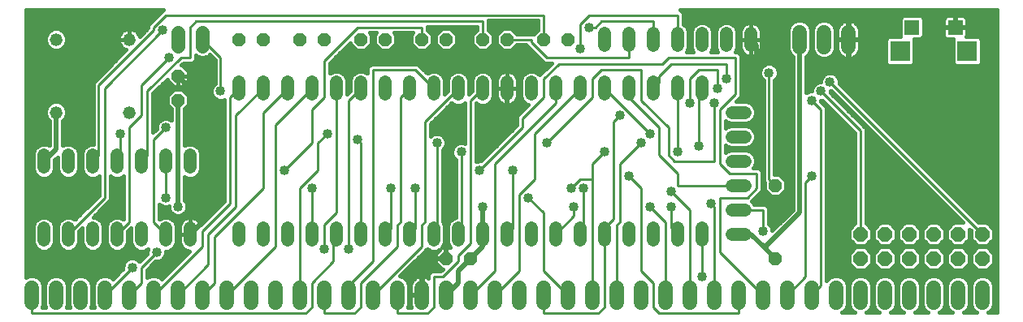
<source format=gbl>
G75*
%MOIN*%
%OFA0B0*%
%FSLAX24Y24*%
%IPPOS*%
%LPD*%
%AMOC8*
5,1,8,0,0,1.08239X$1,22.5*
%
%ADD10C,0.0520*%
%ADD11OC8,0.0600*%
%ADD12C,0.0600*%
%ADD13OC8,0.0520*%
%ADD14C,0.0520*%
%ADD15R,0.0600X0.0600*%
%ADD16R,0.0825X0.0825*%
%ADD17C,0.0560*%
%ADD18C,0.0100*%
%ADD19C,0.0400*%
%ADD20C,0.0200*%
%ADD21C,0.0160*%
D10*
X001180Y003420D02*
X001180Y003940D01*
X002180Y003940D02*
X002180Y003420D01*
X003180Y003420D02*
X003180Y003940D01*
X004180Y003940D02*
X004180Y003420D01*
X005180Y003420D02*
X005180Y003940D01*
X006180Y003940D02*
X006180Y003420D01*
X007180Y003420D02*
X007180Y003940D01*
X009180Y003940D02*
X009180Y003420D01*
X010180Y003420D02*
X010180Y003940D01*
X011180Y003940D02*
X011180Y003420D01*
X012180Y003420D02*
X012180Y003940D01*
X013180Y003940D02*
X013180Y003420D01*
X014180Y003420D02*
X014180Y003940D01*
X015180Y003940D02*
X015180Y003420D01*
X016180Y003420D02*
X016180Y003940D01*
X017180Y003940D02*
X017180Y003420D01*
X018180Y003420D02*
X018180Y003940D01*
X019180Y003940D02*
X019180Y003420D01*
X020180Y003420D02*
X020180Y003940D01*
X021180Y003940D02*
X021180Y003420D01*
X022180Y003420D02*
X022180Y003940D01*
X023180Y003940D02*
X023180Y003420D01*
X024180Y003420D02*
X024180Y003940D01*
X025180Y003940D02*
X025180Y003420D01*
X026180Y003420D02*
X026180Y003940D01*
X027180Y003940D02*
X027180Y003420D01*
X028180Y003420D02*
X028180Y003940D01*
X029420Y003680D02*
X029940Y003680D01*
X029940Y004680D02*
X029420Y004680D01*
X029420Y005680D02*
X029940Y005680D01*
X029940Y006680D02*
X029420Y006680D01*
X029420Y007680D02*
X029940Y007680D01*
X029940Y008680D02*
X029420Y008680D01*
X028180Y009420D02*
X028180Y009940D01*
X027180Y009940D02*
X027180Y009420D01*
X026180Y009420D02*
X026180Y009940D01*
X025180Y009940D02*
X025180Y009420D01*
X024180Y009420D02*
X024180Y009940D01*
X023180Y009940D02*
X023180Y009420D01*
X022180Y009420D02*
X022180Y009940D01*
X021180Y009940D02*
X021180Y009420D01*
X020180Y009420D02*
X020180Y009940D01*
X019180Y009940D02*
X019180Y009420D01*
X018180Y009420D02*
X018180Y009940D01*
X017180Y009940D02*
X017180Y009420D01*
X016180Y009420D02*
X016180Y009940D01*
X015180Y009940D02*
X015180Y009420D01*
X014180Y009420D02*
X014180Y009940D01*
X013180Y009940D02*
X013180Y009420D01*
X012180Y009420D02*
X012180Y009940D01*
X011180Y009940D02*
X011180Y009420D01*
X010180Y009420D02*
X010180Y009940D01*
X009180Y009940D02*
X009180Y009420D01*
X007180Y006940D02*
X007180Y006420D01*
X006180Y006420D02*
X006180Y006940D01*
X005180Y006940D02*
X005180Y006420D01*
X004180Y006420D02*
X004180Y006940D01*
X003180Y006940D02*
X003180Y006420D01*
X002180Y006420D02*
X002180Y006940D01*
X001180Y006940D02*
X001180Y006420D01*
X024180Y011420D02*
X024180Y011940D01*
X025180Y011940D02*
X025180Y011420D01*
X026180Y011420D02*
X026180Y011940D01*
X027180Y011940D02*
X027180Y011420D01*
X028180Y011420D02*
X028180Y011940D01*
X029180Y011940D02*
X029180Y011420D01*
X030180Y011420D02*
X030180Y011940D01*
D11*
X034680Y003680D03*
X035680Y003680D03*
X036680Y003680D03*
X037680Y003680D03*
X038680Y003680D03*
X039680Y003680D03*
X039680Y002680D03*
X038680Y002680D03*
X037680Y002680D03*
X036680Y002680D03*
X035680Y002680D03*
X034680Y002680D03*
D12*
X034680Y001480D02*
X034680Y000880D01*
X033680Y000880D02*
X033680Y001480D01*
X032680Y001480D02*
X032680Y000880D01*
X031680Y000880D02*
X031680Y001480D01*
X030680Y001480D02*
X030680Y000880D01*
X029680Y000880D02*
X029680Y001480D01*
X028680Y001480D02*
X028680Y000880D01*
X027680Y000880D02*
X027680Y001480D01*
X026680Y001480D02*
X026680Y000880D01*
X025680Y000880D02*
X025680Y001480D01*
X024680Y001480D02*
X024680Y000880D01*
X023680Y000880D02*
X023680Y001480D01*
X022680Y001480D02*
X022680Y000880D01*
X021680Y000880D02*
X021680Y001480D01*
X020680Y001480D02*
X020680Y000880D01*
X019680Y000880D02*
X019680Y001480D01*
X018680Y001480D02*
X018680Y000880D01*
X017680Y000880D02*
X017680Y001480D01*
X016680Y001480D02*
X016680Y000880D01*
X015680Y000880D02*
X015680Y001480D01*
X014680Y001480D02*
X014680Y000880D01*
X013680Y000880D02*
X013680Y001480D01*
X012680Y001480D02*
X012680Y000880D01*
X011680Y000880D02*
X011680Y001480D01*
X010680Y001480D02*
X010680Y000880D01*
X009680Y000880D02*
X009680Y001480D01*
X008680Y001480D02*
X008680Y000880D01*
X007680Y000880D02*
X007680Y001480D01*
X006680Y001480D02*
X006680Y000880D01*
X005680Y000880D02*
X005680Y001480D01*
X004680Y001480D02*
X004680Y000880D01*
X003680Y000880D02*
X003680Y001480D01*
X002680Y001480D02*
X002680Y000880D01*
X001680Y000880D02*
X001680Y001480D01*
X000680Y001480D02*
X000680Y000880D01*
X032180Y011380D02*
X032180Y011980D01*
X033180Y011980D02*
X033180Y011380D01*
X034180Y011380D02*
X034180Y011980D01*
X035680Y001480D02*
X035680Y000880D01*
X036680Y000880D02*
X036680Y001480D01*
X037680Y001480D02*
X037680Y000880D01*
X038680Y000880D02*
X038680Y001480D01*
X039680Y001480D02*
X039680Y000880D01*
D13*
X031180Y002680D03*
X031180Y005680D03*
X018680Y002680D03*
X017680Y002680D03*
X006680Y009180D03*
X006680Y010180D03*
X009180Y011680D03*
X010180Y011680D03*
X011680Y011680D03*
X012680Y011680D03*
X014180Y011680D03*
X015180Y011680D03*
X016680Y011680D03*
X017680Y011680D03*
X019180Y011680D03*
X020180Y011680D03*
X021680Y011680D03*
X022680Y011680D03*
D14*
X004680Y011680D03*
X001680Y011680D03*
X001680Y008680D03*
X004680Y008680D03*
D15*
X036795Y012170D03*
X038565Y012170D03*
D16*
X039060Y011190D03*
X036300Y011190D03*
D17*
X007680Y011400D02*
X007680Y011960D01*
X006680Y011960D02*
X006680Y011400D01*
D18*
X000680Y001180D02*
X000680Y000430D01*
X011930Y000430D01*
X012180Y000680D01*
X012180Y001680D01*
X013055Y002555D01*
X013055Y003555D01*
X013180Y003680D01*
X014180Y003680D02*
X014180Y007430D01*
X014055Y007555D01*
X012805Y007805D02*
X012430Y007430D01*
X012430Y006305D01*
X011680Y005555D01*
X011680Y001180D01*
X012680Y001180D02*
X012680Y000430D01*
X013930Y000430D01*
X014180Y000680D01*
X014180Y001680D01*
X015680Y003180D01*
X015680Y004055D01*
X015805Y004180D01*
X015805Y009305D01*
X016180Y009680D01*
X016430Y010430D02*
X017180Y009680D01*
X018180Y009680D02*
X016805Y008305D01*
X016805Y004180D01*
X016680Y004055D01*
X016680Y003180D01*
X014680Y001180D01*
X013680Y001180D02*
X013680Y001555D01*
X014680Y002555D01*
X014680Y010430D01*
X016430Y010430D01*
X014180Y009680D02*
X013680Y009180D01*
X013680Y003055D01*
X012680Y003055D02*
X012680Y004055D01*
X013180Y004555D01*
X013180Y009680D01*
X012680Y009305D02*
X012680Y010805D01*
X014055Y012180D01*
X016680Y012180D01*
X016680Y011680D01*
X019180Y011680D02*
X019180Y012430D01*
X007430Y012430D01*
X007180Y012180D01*
X007180Y010930D01*
X006805Y010930D01*
X005430Y009555D01*
X005430Y006930D01*
X005180Y006680D01*
X004305Y006805D02*
X004180Y006680D01*
X004305Y006805D02*
X004305Y007805D01*
X004680Y008055D02*
X005180Y008555D01*
X005180Y009805D01*
X006305Y010930D01*
X007680Y011680D02*
X008430Y010930D01*
X008430Y009555D01*
X008805Y009305D02*
X008805Y004930D01*
X007680Y003805D01*
X007680Y003180D01*
X005680Y001180D01*
X005180Y001680D02*
X004680Y001180D01*
X003680Y001180D02*
X004805Y002305D01*
X005180Y002305D02*
X005180Y001680D01*
X006680Y001180D02*
X007930Y002430D01*
X007930Y003680D01*
X009055Y004805D01*
X009055Y008555D01*
X010180Y009680D01*
X009180Y009680D02*
X008805Y009305D01*
X010180Y008680D02*
X010180Y005555D01*
X008180Y003555D01*
X008180Y001680D01*
X007680Y001180D01*
X008680Y001180D02*
X010680Y003180D01*
X010680Y008180D01*
X012180Y009680D01*
X011180Y009680D02*
X010180Y008680D01*
X012180Y008805D02*
X012680Y009305D01*
X012180Y008805D02*
X012180Y007430D01*
X011055Y006305D01*
X012180Y005555D02*
X012180Y003680D01*
X015180Y003680D02*
X015430Y003930D01*
X015430Y005555D01*
X016430Y005555D02*
X016430Y003930D01*
X016180Y003680D01*
X017180Y003680D02*
X017305Y003805D01*
X017305Y007430D01*
X018305Y007055D02*
X018305Y003805D01*
X018180Y003680D01*
X018680Y003305D02*
X018180Y002805D01*
X018180Y002555D01*
X017555Y001930D01*
X017180Y001930D01*
X017180Y000680D01*
X016930Y000430D01*
X015680Y000430D01*
X015680Y001180D01*
X018680Y001180D02*
X019680Y002180D01*
X019680Y006555D01*
X022180Y009055D01*
X022180Y009680D01*
X023180Y009680D02*
X021305Y007805D01*
X021305Y005930D01*
X020680Y005305D01*
X020680Y002180D01*
X019680Y001180D01*
X021680Y001180D02*
X021680Y000430D01*
X023930Y000430D01*
X024180Y000680D01*
X024180Y003680D01*
X024180Y003930D01*
X024555Y004305D01*
X024555Y008305D01*
X024805Y008555D01*
X025180Y009305D02*
X026430Y008055D01*
X026430Y006930D01*
X027180Y006180D01*
X027180Y005680D01*
X029680Y005680D01*
X030055Y005180D02*
X030430Y005555D01*
X030430Y006180D01*
X029305Y006180D01*
X028930Y006555D01*
X028930Y008805D01*
X029555Y009430D01*
X029555Y010930D01*
X026805Y010930D01*
X026555Y010680D01*
X022305Y010680D01*
X021680Y010055D01*
X021680Y009305D01*
X020805Y008430D01*
X020805Y008055D01*
X019055Y006305D01*
X020430Y006305D02*
X020430Y003930D01*
X020180Y003680D01*
X018680Y003305D02*
X018680Y009180D01*
X019180Y009680D01*
X021180Y011555D02*
X021805Y010930D01*
X025180Y010930D01*
X025180Y011680D01*
X026180Y011680D02*
X026180Y012430D01*
X024055Y012430D01*
X023805Y012180D01*
X023555Y012180D01*
X023180Y012305D02*
X023555Y012680D01*
X027180Y012680D01*
X027180Y011680D01*
X026930Y010680D02*
X029180Y010680D01*
X029180Y010055D01*
X028805Y009680D02*
X028805Y010430D01*
X028055Y010430D01*
X027680Y010055D01*
X027680Y009055D01*
X028680Y009055D02*
X028680Y006680D01*
X027055Y006680D01*
X026805Y006930D01*
X026805Y008055D01*
X025680Y009180D01*
X025680Y010430D01*
X024055Y010430D01*
X023680Y010055D01*
X023680Y009305D01*
X021805Y007430D01*
X023680Y006555D02*
X024180Y007055D01*
X024805Y006555D02*
X025680Y007430D01*
X026055Y007805D02*
X024180Y009680D01*
X025180Y009680D02*
X025180Y009305D01*
X026180Y009680D02*
X026430Y009930D01*
X026430Y010180D01*
X026930Y010680D01*
X027180Y009680D02*
X027180Y007055D01*
X028055Y007305D02*
X028055Y009555D01*
X028180Y009680D01*
X030930Y010305D02*
X030930Y005930D01*
X031180Y005680D01*
X032430Y005805D02*
X032680Y006055D01*
X032430Y005805D02*
X032430Y001930D01*
X031680Y001180D01*
X030680Y001180D02*
X028930Y002930D01*
X028930Y005180D01*
X030055Y005180D01*
X028680Y004805D02*
X028680Y001180D01*
X029680Y001180D02*
X029680Y000430D01*
X026430Y000430D01*
X026180Y000680D01*
X026180Y001680D01*
X025680Y002180D01*
X025680Y005555D01*
X025180Y006055D01*
X024805Y006555D02*
X024805Y004180D01*
X024680Y004055D01*
X024680Y001180D01*
X023680Y001180D02*
X023680Y005930D01*
X023680Y006555D01*
X023680Y005930D02*
X023180Y005930D01*
X022805Y005555D01*
X023305Y005555D02*
X023305Y003805D01*
X023180Y003680D01*
X022930Y004430D02*
X022180Y003680D01*
X021680Y004555D02*
X021680Y002180D01*
X022680Y001180D01*
X026680Y001180D02*
X026680Y004180D01*
X026055Y004805D01*
X026930Y004805D02*
X026930Y003930D01*
X027180Y003680D01*
X028180Y003680D02*
X028180Y001930D01*
X027680Y001180D02*
X027680Y004680D01*
X026930Y005430D01*
X028555Y004930D02*
X028680Y004805D01*
X029680Y004680D02*
X030680Y004680D01*
X030680Y003805D01*
X034680Y003680D02*
X034680Y007930D01*
X033055Y009555D01*
X032680Y009180D02*
X033055Y008805D01*
X033055Y001555D01*
X032680Y001180D01*
X039680Y003680D02*
X033430Y009930D01*
X023180Y011305D02*
X023180Y012305D01*
X021680Y012680D02*
X021680Y011680D01*
X021180Y011680D02*
X021180Y011555D01*
X021180Y011680D02*
X020180Y011680D01*
X021680Y012680D02*
X006180Y012680D01*
X005680Y012180D01*
X005680Y012055D01*
X003430Y009805D01*
X003430Y006930D01*
X003180Y006680D01*
X005680Y007555D02*
X006180Y008055D01*
X005680Y007555D02*
X005680Y004180D01*
X006180Y003680D01*
X004680Y004180D02*
X004680Y008055D01*
X006180Y006680D02*
X006180Y005180D01*
X003680Y005180D02*
X003680Y009680D01*
X006055Y012055D01*
X003680Y005180D02*
X002180Y003680D01*
X004180Y003680D02*
X004680Y004180D01*
X005805Y002930D02*
X005180Y002305D01*
X021055Y005180D02*
X021680Y004555D01*
X022930Y004430D02*
X022930Y004805D01*
D19*
X022930Y004805D03*
X021055Y005180D03*
X022805Y005555D03*
X023305Y005555D03*
X025180Y006055D03*
X026930Y005430D03*
X028555Y004930D03*
X026930Y004805D03*
X026055Y004805D03*
X030680Y003805D03*
X028180Y001930D03*
X019180Y004805D03*
X016430Y005555D03*
X015430Y005555D03*
X012180Y005555D03*
X011055Y006305D03*
X008430Y007055D03*
X006180Y008055D03*
X004305Y007805D03*
X008430Y009555D03*
X006305Y010930D03*
X006055Y012055D03*
X012805Y007805D03*
X014055Y007555D03*
X017305Y007430D03*
X017680Y007055D03*
X018305Y007055D03*
X019055Y006305D03*
X020430Y006305D03*
X021805Y007430D03*
X024180Y007055D03*
X025680Y007430D03*
X026055Y007805D03*
X024805Y008555D03*
X027680Y009055D03*
X028680Y009055D03*
X030555Y008555D03*
X032680Y009180D03*
X033055Y009555D03*
X033430Y009930D03*
X030930Y010305D03*
X029180Y010055D03*
X028805Y009680D03*
X023180Y011305D03*
X023555Y012180D03*
X019055Y007805D03*
X027180Y007055D03*
X028055Y007305D03*
X032680Y006055D03*
X013680Y003055D03*
X012680Y003055D03*
X006680Y004805D03*
X006180Y005180D03*
X005805Y002930D03*
X004805Y002305D03*
D20*
X007180Y003680D02*
X007680Y004180D01*
X007680Y007055D01*
X008430Y007055D01*
X007680Y007055D02*
X007680Y009180D01*
X006680Y010180D01*
X006680Y009180D02*
X006680Y004805D01*
X001680Y007180D02*
X001180Y006680D01*
X001680Y007180D02*
X001680Y008680D01*
X017680Y007055D02*
X017680Y002680D01*
X016680Y002680D01*
X016680Y001180D01*
X017680Y001180D02*
X018180Y001680D01*
X018180Y002180D01*
X018680Y002680D01*
X019180Y003180D01*
X019180Y003680D01*
X019180Y004805D01*
X019055Y007805D02*
X020180Y008930D01*
X020180Y009680D01*
X030180Y011680D02*
X030430Y011430D01*
X030430Y008680D01*
X030555Y008555D01*
X032180Y011680D02*
X032180Y004555D01*
X030743Y003118D01*
X030180Y003680D01*
X029680Y003680D01*
X030743Y003118D02*
X031180Y002680D01*
D21*
X033285Y002716D02*
X034200Y002716D01*
X034200Y002558D02*
X033285Y002558D01*
X033285Y002399D02*
X034282Y002399D01*
X034200Y002481D02*
X034481Y002200D01*
X034879Y002200D01*
X035160Y002481D01*
X035160Y002879D01*
X034879Y003160D01*
X034481Y003160D01*
X034200Y002879D01*
X034200Y002481D01*
X034441Y002241D02*
X033285Y002241D01*
X033285Y002082D02*
X040270Y002082D01*
X040270Y001924D02*
X039864Y001924D01*
X039952Y001887D02*
X039775Y001960D01*
X039585Y001960D01*
X039408Y001887D01*
X039273Y001752D01*
X039200Y001575D01*
X039200Y000785D01*
X039273Y000608D01*
X039408Y000473D01*
X039440Y000460D01*
X038920Y000460D01*
X038952Y000473D01*
X039087Y000608D01*
X039160Y000785D01*
X039160Y001575D01*
X039087Y001752D01*
X038952Y001887D01*
X038775Y001960D01*
X038585Y001960D01*
X038408Y001887D01*
X038273Y001752D01*
X038200Y001575D01*
X038200Y000785D01*
X038273Y000608D01*
X038408Y000473D01*
X038440Y000460D01*
X037920Y000460D01*
X037952Y000473D01*
X038087Y000608D01*
X038160Y000785D01*
X038160Y001575D01*
X038087Y001752D01*
X037952Y001887D01*
X037775Y001960D01*
X037585Y001960D01*
X037408Y001887D01*
X037273Y001752D01*
X037200Y001575D01*
X037200Y000785D01*
X037273Y000608D01*
X037408Y000473D01*
X037440Y000460D01*
X036920Y000460D01*
X036952Y000473D01*
X037087Y000608D01*
X037160Y000785D01*
X037160Y001575D01*
X037087Y001752D01*
X036952Y001887D01*
X036775Y001960D01*
X036585Y001960D01*
X036408Y001887D01*
X036273Y001752D01*
X036200Y001575D01*
X036200Y000785D01*
X036273Y000608D01*
X036408Y000473D01*
X036440Y000460D01*
X035920Y000460D01*
X035952Y000473D01*
X036087Y000608D01*
X036160Y000785D01*
X036160Y001575D01*
X036087Y001752D01*
X035952Y001887D01*
X035775Y001960D01*
X035585Y001960D01*
X035408Y001887D01*
X035273Y001752D01*
X035200Y001575D01*
X035200Y000785D01*
X035273Y000608D01*
X035408Y000473D01*
X035440Y000460D01*
X034920Y000460D01*
X034952Y000473D01*
X035087Y000608D01*
X035160Y000785D01*
X035160Y001575D01*
X035087Y001752D01*
X034952Y001887D01*
X034775Y001960D01*
X034585Y001960D01*
X034408Y001887D01*
X034273Y001752D01*
X034200Y001575D01*
X034200Y000785D01*
X034273Y000608D01*
X034408Y000473D01*
X034440Y000460D01*
X033920Y000460D01*
X033952Y000473D01*
X034087Y000608D01*
X034160Y000785D01*
X034160Y001575D01*
X034087Y001752D01*
X033952Y001887D01*
X033775Y001960D01*
X033585Y001960D01*
X033408Y001887D01*
X033285Y001764D01*
X033285Y008900D01*
X033150Y009035D01*
X033060Y009125D01*
X033060Y009175D01*
X033110Y009175D01*
X034450Y007835D01*
X034450Y004129D01*
X034200Y003879D01*
X034200Y003481D01*
X034481Y003200D01*
X034879Y003200D01*
X035160Y003481D01*
X035160Y003879D01*
X034910Y004129D01*
X034910Y008025D01*
X033435Y009500D01*
X033435Y009550D01*
X033485Y009550D01*
X038875Y004160D01*
X038481Y004160D01*
X038200Y003879D01*
X038200Y003481D01*
X038481Y003200D01*
X038879Y003200D01*
X039160Y003481D01*
X039160Y003875D01*
X039200Y003835D01*
X039200Y003481D01*
X039481Y003200D01*
X039879Y003200D01*
X040160Y003481D01*
X040160Y003879D01*
X039879Y004160D01*
X039525Y004160D01*
X033810Y009875D01*
X033810Y010006D01*
X033752Y010145D01*
X033645Y010252D01*
X033506Y010310D01*
X033354Y010310D01*
X033215Y010252D01*
X033108Y010145D01*
X033050Y010006D01*
X033050Y009935D01*
X032979Y009935D01*
X032840Y009877D01*
X032733Y009770D01*
X032675Y009631D01*
X032675Y009560D01*
X032604Y009560D01*
X032465Y009502D01*
X032460Y009497D01*
X032460Y010981D01*
X032587Y011108D01*
X032660Y011285D01*
X032660Y012075D01*
X032587Y012252D01*
X032452Y012387D01*
X032275Y012460D01*
X032085Y012460D01*
X031908Y012387D01*
X031773Y012252D01*
X031700Y012075D01*
X031700Y011285D01*
X031773Y011108D01*
X031900Y010981D01*
X031900Y004671D01*
X031060Y003831D01*
X031060Y003881D01*
X031002Y004020D01*
X030910Y004112D01*
X030910Y004775D01*
X030775Y004910D01*
X030321Y004910D01*
X030313Y004929D01*
X030221Y005021D01*
X030285Y005085D01*
X030660Y005460D01*
X030660Y006275D01*
X030525Y006410D01*
X030292Y006410D01*
X030313Y006431D01*
X030380Y006592D01*
X030380Y006768D01*
X030313Y006929D01*
X030189Y007053D01*
X030028Y007120D01*
X029332Y007120D01*
X029171Y007053D01*
X029160Y007042D01*
X029160Y007318D01*
X029171Y007307D01*
X029332Y007240D01*
X030028Y007240D01*
X030189Y007307D01*
X030313Y007431D01*
X030380Y007592D01*
X030380Y007768D01*
X030313Y007929D01*
X030189Y008053D01*
X030028Y008120D01*
X029332Y008120D01*
X029171Y008053D01*
X029160Y008042D01*
X029160Y008318D01*
X029171Y008307D01*
X029332Y008240D01*
X030028Y008240D01*
X030189Y008307D01*
X030313Y008431D01*
X030380Y008592D01*
X030380Y008768D01*
X030313Y008929D01*
X030189Y009053D01*
X030028Y009120D01*
X029570Y009120D01*
X029785Y009335D01*
X029785Y011025D01*
X029650Y011160D01*
X029542Y011160D01*
X029553Y011171D01*
X029620Y011332D01*
X029620Y012028D01*
X029553Y012189D01*
X029429Y012313D01*
X029268Y012380D01*
X029092Y012380D01*
X028931Y012313D01*
X028807Y012189D01*
X028740Y012028D01*
X028740Y011332D01*
X028807Y011171D01*
X028818Y011160D01*
X028542Y011160D01*
X028553Y011171D01*
X028620Y011332D01*
X028620Y012028D01*
X028553Y012189D01*
X028429Y012313D01*
X028268Y012380D01*
X028092Y012380D01*
X027931Y012313D01*
X027807Y012189D01*
X027740Y012028D01*
X027740Y011332D01*
X027807Y011171D01*
X027818Y011160D01*
X027542Y011160D01*
X027553Y011171D01*
X027620Y011332D01*
X027620Y012028D01*
X027553Y012189D01*
X027429Y012313D01*
X027410Y012321D01*
X027410Y012775D01*
X027289Y012896D01*
X040270Y012896D01*
X040270Y000460D01*
X039920Y000460D01*
X039952Y000473D01*
X040087Y000608D01*
X040160Y000785D01*
X040160Y001575D01*
X040087Y001752D01*
X039952Y001887D01*
X040074Y001765D02*
X040270Y001765D01*
X040270Y001607D02*
X040147Y001607D01*
X040160Y001448D02*
X040270Y001448D01*
X040270Y001290D02*
X040160Y001290D01*
X040160Y001131D02*
X040270Y001131D01*
X040270Y000973D02*
X040160Y000973D01*
X040160Y000814D02*
X040270Y000814D01*
X040270Y000656D02*
X040107Y000656D01*
X039976Y000497D02*
X040270Y000497D01*
X039384Y000497D02*
X038976Y000497D01*
X039107Y000656D02*
X039253Y000656D01*
X039200Y000814D02*
X039160Y000814D01*
X039160Y000973D02*
X039200Y000973D01*
X039200Y001131D02*
X039160Y001131D01*
X039160Y001290D02*
X039200Y001290D01*
X039200Y001448D02*
X039160Y001448D01*
X039147Y001607D02*
X039213Y001607D01*
X039286Y001765D02*
X039074Y001765D01*
X038864Y001924D02*
X039496Y001924D01*
X039481Y002200D02*
X039879Y002200D01*
X040160Y002481D01*
X040160Y002879D01*
X039879Y003160D01*
X039481Y003160D01*
X039200Y002879D01*
X039200Y002481D01*
X039481Y002200D01*
X039441Y002241D02*
X038919Y002241D01*
X038879Y002200D02*
X039160Y002481D01*
X039160Y002879D01*
X038879Y003160D01*
X038481Y003160D01*
X038200Y002879D01*
X038200Y002481D01*
X038481Y002200D01*
X038879Y002200D01*
X039078Y002399D02*
X039282Y002399D01*
X039919Y002241D02*
X040270Y002241D01*
X040270Y002399D02*
X040078Y002399D01*
X040160Y002558D02*
X040270Y002558D01*
X040270Y002716D02*
X040160Y002716D01*
X040160Y002875D02*
X040270Y002875D01*
X040270Y003033D02*
X040006Y003033D01*
X040270Y003192D02*
X033285Y003192D01*
X033285Y003350D02*
X034331Y003350D01*
X035029Y003350D02*
X035331Y003350D01*
X035200Y003481D02*
X035481Y003200D01*
X035879Y003200D01*
X036160Y003481D01*
X036160Y003879D01*
X035879Y004160D01*
X035481Y004160D01*
X035200Y003879D01*
X035200Y003481D01*
X035200Y003509D02*
X035160Y003509D01*
X035160Y003667D02*
X035200Y003667D01*
X035200Y003826D02*
X035160Y003826D01*
X035055Y003984D02*
X035305Y003984D01*
X035464Y004143D02*
X034910Y004143D01*
X034450Y004143D02*
X033285Y004143D01*
X033285Y003984D02*
X034305Y003984D01*
X034200Y003826D02*
X033285Y003826D01*
X033285Y003667D02*
X034200Y003667D01*
X034200Y003509D02*
X033285Y003509D01*
X033285Y003033D02*
X034354Y003033D01*
X034200Y002875D02*
X033285Y002875D01*
X035006Y003033D02*
X035354Y003033D01*
X035481Y003160D02*
X035200Y002879D01*
X035200Y002481D01*
X035481Y002200D01*
X035879Y002200D01*
X036160Y002481D01*
X036160Y002879D01*
X035879Y003160D01*
X035481Y003160D01*
X035200Y002875D02*
X035160Y002875D01*
X035160Y002716D02*
X035200Y002716D01*
X035200Y002558D02*
X035160Y002558D01*
X035078Y002399D02*
X035282Y002399D01*
X035441Y002241D02*
X034919Y002241D01*
X034864Y001924D02*
X035496Y001924D01*
X035286Y001765D02*
X035074Y001765D01*
X034496Y001924D02*
X033864Y001924D01*
X034074Y001765D02*
X034286Y001765D01*
X034213Y001607D02*
X034147Y001607D01*
X034160Y001448D02*
X034200Y001448D01*
X034200Y001290D02*
X034160Y001290D01*
X034160Y001131D02*
X034200Y001131D01*
X034200Y000973D02*
X034160Y000973D01*
X034160Y000814D02*
X034200Y000814D01*
X034253Y000656D02*
X034107Y000656D01*
X033976Y000497D02*
X034384Y000497D01*
X034976Y000497D02*
X035384Y000497D01*
X035253Y000656D02*
X035107Y000656D01*
X035160Y000814D02*
X035200Y000814D01*
X035200Y000973D02*
X035160Y000973D01*
X035160Y001131D02*
X035200Y001131D01*
X035200Y001290D02*
X035160Y001290D01*
X035160Y001448D02*
X035200Y001448D01*
X035213Y001607D02*
X035147Y001607D01*
X036074Y001765D02*
X036286Y001765D01*
X036496Y001924D02*
X035864Y001924D01*
X035919Y002241D02*
X036441Y002241D01*
X036481Y002200D02*
X036879Y002200D01*
X037160Y002481D01*
X037160Y002879D01*
X036879Y003160D01*
X036481Y003160D01*
X036200Y002879D01*
X036200Y002481D01*
X036481Y002200D01*
X036282Y002399D02*
X036078Y002399D01*
X036160Y002558D02*
X036200Y002558D01*
X036200Y002716D02*
X036160Y002716D01*
X036160Y002875D02*
X036200Y002875D01*
X036354Y003033D02*
X036006Y003033D01*
X036200Y003481D02*
X036481Y003200D01*
X036879Y003200D01*
X037160Y003481D01*
X037160Y003879D01*
X036879Y004160D01*
X036481Y004160D01*
X036200Y003879D01*
X036200Y003481D01*
X036200Y003509D02*
X036160Y003509D01*
X036160Y003667D02*
X036200Y003667D01*
X036200Y003826D02*
X036160Y003826D01*
X036055Y003984D02*
X036305Y003984D01*
X036464Y004143D02*
X035896Y004143D01*
X034910Y004301D02*
X038734Y004301D01*
X038575Y004460D02*
X034910Y004460D01*
X034910Y004618D02*
X038417Y004618D01*
X038258Y004777D02*
X034910Y004777D01*
X034910Y004935D02*
X038100Y004935D01*
X037941Y005094D02*
X034910Y005094D01*
X034910Y005252D02*
X037783Y005252D01*
X037624Y005411D02*
X034910Y005411D01*
X034910Y005569D02*
X037466Y005569D01*
X037307Y005728D02*
X034910Y005728D01*
X034910Y005886D02*
X037149Y005886D01*
X036990Y006045D02*
X034910Y006045D01*
X034910Y006203D02*
X036832Y006203D01*
X036673Y006362D02*
X034910Y006362D01*
X034910Y006520D02*
X036515Y006520D01*
X036356Y006679D02*
X034910Y006679D01*
X034450Y006679D02*
X033285Y006679D01*
X033285Y006520D02*
X034450Y006520D01*
X034450Y006362D02*
X033285Y006362D01*
X033285Y006203D02*
X034450Y006203D01*
X034450Y006045D02*
X033285Y006045D01*
X033285Y005886D02*
X034450Y005886D01*
X034450Y005728D02*
X033285Y005728D01*
X033285Y005569D02*
X034450Y005569D01*
X034450Y005411D02*
X033285Y005411D01*
X033285Y005252D02*
X034450Y005252D01*
X034450Y005094D02*
X033285Y005094D01*
X033285Y004935D02*
X034450Y004935D01*
X034450Y004777D02*
X033285Y004777D01*
X033285Y004618D02*
X034450Y004618D01*
X034450Y004460D02*
X033285Y004460D01*
X033285Y004301D02*
X034450Y004301D01*
X036896Y004143D02*
X037464Y004143D01*
X037481Y004160D02*
X037200Y003879D01*
X037200Y003481D01*
X037481Y003200D01*
X037879Y003200D01*
X038160Y003481D01*
X038160Y003879D01*
X037879Y004160D01*
X037481Y004160D01*
X037896Y004143D02*
X038464Y004143D01*
X038305Y003984D02*
X038055Y003984D01*
X038160Y003826D02*
X038200Y003826D01*
X038200Y003667D02*
X038160Y003667D01*
X038160Y003509D02*
X038200Y003509D01*
X038331Y003350D02*
X038029Y003350D01*
X037879Y003160D02*
X037481Y003160D01*
X037200Y002879D01*
X037200Y002481D01*
X037481Y002200D01*
X037879Y002200D01*
X038160Y002481D01*
X038160Y002879D01*
X037879Y003160D01*
X038006Y003033D02*
X038354Y003033D01*
X038200Y002875D02*
X038160Y002875D01*
X038160Y002716D02*
X038200Y002716D01*
X038200Y002558D02*
X038160Y002558D01*
X038078Y002399D02*
X038282Y002399D01*
X038441Y002241D02*
X037919Y002241D01*
X037441Y002241D02*
X036919Y002241D01*
X037078Y002399D02*
X037282Y002399D01*
X037200Y002558D02*
X037160Y002558D01*
X037160Y002716D02*
X037200Y002716D01*
X037200Y002875D02*
X037160Y002875D01*
X037006Y003033D02*
X037354Y003033D01*
X037331Y003350D02*
X037029Y003350D01*
X037160Y003509D02*
X037200Y003509D01*
X037200Y003667D02*
X037160Y003667D01*
X037160Y003826D02*
X037200Y003826D01*
X037305Y003984D02*
X037055Y003984D01*
X036331Y003350D02*
X036029Y003350D01*
X039006Y003033D02*
X039354Y003033D01*
X039200Y002875D02*
X039160Y002875D01*
X039160Y002716D02*
X039200Y002716D01*
X039200Y002558D02*
X039160Y002558D01*
X039029Y003350D02*
X039331Y003350D01*
X040029Y003350D02*
X040270Y003350D01*
X040270Y003509D02*
X040160Y003509D01*
X040160Y003667D02*
X040270Y003667D01*
X040270Y003826D02*
X040160Y003826D01*
X040055Y003984D02*
X040270Y003984D01*
X040270Y004143D02*
X039896Y004143D01*
X040270Y004301D02*
X039384Y004301D01*
X039226Y004460D02*
X040270Y004460D01*
X040270Y004618D02*
X039067Y004618D01*
X038909Y004777D02*
X040270Y004777D01*
X040270Y004935D02*
X038750Y004935D01*
X038592Y005094D02*
X040270Y005094D01*
X040270Y005252D02*
X038433Y005252D01*
X038275Y005411D02*
X040270Y005411D01*
X040270Y005569D02*
X038116Y005569D01*
X037958Y005728D02*
X040270Y005728D01*
X040270Y005886D02*
X037799Y005886D01*
X037641Y006045D02*
X040270Y006045D01*
X040270Y006203D02*
X037482Y006203D01*
X037324Y006362D02*
X040270Y006362D01*
X040270Y006520D02*
X037165Y006520D01*
X037007Y006679D02*
X040270Y006679D01*
X040270Y006837D02*
X036848Y006837D01*
X036690Y006996D02*
X040270Y006996D01*
X040270Y007154D02*
X036531Y007154D01*
X036373Y007313D02*
X040270Y007313D01*
X040270Y007471D02*
X036214Y007471D01*
X036056Y007630D02*
X040270Y007630D01*
X040270Y007788D02*
X035897Y007788D01*
X035739Y007947D02*
X040270Y007947D01*
X040270Y008105D02*
X035580Y008105D01*
X035422Y008264D02*
X040270Y008264D01*
X040270Y008422D02*
X035263Y008422D01*
X034771Y008264D02*
X034672Y008264D01*
X034613Y008422D02*
X034513Y008422D01*
X034021Y008264D02*
X033285Y008264D01*
X033285Y008422D02*
X033863Y008422D01*
X033704Y008581D02*
X033285Y008581D01*
X033285Y008739D02*
X033546Y008739D01*
X033387Y008898D02*
X033285Y008898D01*
X033229Y009056D02*
X033129Y009056D01*
X033721Y009215D02*
X033820Y009215D01*
X033879Y009056D02*
X033979Y009056D01*
X034038Y008898D02*
X034137Y008898D01*
X034196Y008739D02*
X034296Y008739D01*
X034355Y008581D02*
X034454Y008581D01*
X034946Y008739D02*
X040270Y008739D01*
X040270Y008581D02*
X035105Y008581D01*
X034788Y008898D02*
X040270Y008898D01*
X040270Y009056D02*
X034629Y009056D01*
X034471Y009215D02*
X040270Y009215D01*
X040270Y009373D02*
X034312Y009373D01*
X033662Y009373D02*
X033562Y009373D01*
X033503Y009532D02*
X033435Y009532D01*
X032700Y009690D02*
X032460Y009690D01*
X032460Y009532D02*
X032536Y009532D01*
X031900Y009532D02*
X031160Y009532D01*
X031160Y009690D02*
X031900Y009690D01*
X031900Y009849D02*
X031160Y009849D01*
X031160Y009998D02*
X031252Y010090D01*
X031310Y010229D01*
X031310Y010381D01*
X031252Y010520D01*
X031145Y010627D01*
X031006Y010685D01*
X030854Y010685D01*
X030715Y010627D01*
X030608Y010520D01*
X030550Y010381D01*
X030550Y010229D01*
X030608Y010090D01*
X030700Y009998D01*
X030700Y005835D01*
X030740Y005795D01*
X030740Y005498D01*
X030998Y005240D01*
X031362Y005240D01*
X031620Y005498D01*
X031620Y005862D01*
X031362Y006120D01*
X031160Y006120D01*
X031160Y009998D01*
X031169Y010007D02*
X031900Y010007D01*
X031900Y010166D02*
X031284Y010166D01*
X030691Y010007D02*
X029785Y010007D01*
X029785Y009849D02*
X030700Y009849D01*
X030700Y009690D02*
X029785Y009690D01*
X029785Y009532D02*
X030700Y009532D01*
X030700Y009373D02*
X029785Y009373D01*
X029665Y009215D02*
X030700Y009215D01*
X030700Y009056D02*
X030182Y009056D01*
X030326Y008898D02*
X030700Y008898D01*
X030700Y008739D02*
X030380Y008739D01*
X030375Y008581D02*
X030700Y008581D01*
X031160Y008581D02*
X031900Y008581D01*
X031900Y008739D02*
X031160Y008739D01*
X031160Y008898D02*
X031900Y008898D01*
X031900Y009056D02*
X031160Y009056D01*
X031160Y009215D02*
X031900Y009215D01*
X031900Y009373D02*
X031160Y009373D01*
X032460Y009849D02*
X032811Y009849D01*
X033051Y010007D02*
X032460Y010007D01*
X032460Y010166D02*
X033128Y010166D01*
X033732Y010166D02*
X040270Y010166D01*
X040270Y010007D02*
X033809Y010007D01*
X033837Y009849D02*
X040270Y009849D01*
X040270Y009690D02*
X033995Y009690D01*
X034154Y009532D02*
X040270Y009532D01*
X040270Y010324D02*
X032460Y010324D01*
X032460Y010483D02*
X040270Y010483D01*
X040270Y010641D02*
X039591Y010641D01*
X039547Y010598D02*
X039652Y010703D01*
X039652Y011677D01*
X039547Y011782D01*
X039022Y011782D01*
X039033Y011801D01*
X039045Y011846D01*
X039045Y012150D01*
X038585Y012150D01*
X038585Y012190D01*
X038545Y012190D01*
X038545Y012650D01*
X038241Y012650D01*
X038196Y012638D01*
X038154Y012614D01*
X038121Y012581D01*
X038097Y012539D01*
X038085Y012494D01*
X038085Y012190D01*
X038545Y012190D01*
X038545Y012150D01*
X038085Y012150D01*
X038085Y011846D01*
X038097Y011801D01*
X038121Y011759D01*
X038154Y011726D01*
X038196Y011702D01*
X038241Y011690D01*
X038480Y011690D01*
X038468Y011677D01*
X038468Y010703D01*
X038573Y010598D01*
X039547Y010598D01*
X039652Y010800D02*
X040270Y010800D01*
X040270Y010958D02*
X039652Y010958D01*
X039652Y011117D02*
X040270Y011117D01*
X040270Y011275D02*
X039652Y011275D01*
X039652Y011434D02*
X040270Y011434D01*
X040270Y011592D02*
X039652Y011592D01*
X039579Y011751D02*
X040270Y011751D01*
X040270Y011909D02*
X039045Y011909D01*
X039045Y012068D02*
X040270Y012068D01*
X040270Y012226D02*
X039045Y012226D01*
X039045Y012190D02*
X038585Y012190D01*
X038585Y012650D01*
X038889Y012650D01*
X038934Y012638D01*
X038976Y012614D01*
X039009Y012581D01*
X039033Y012539D01*
X039045Y012494D01*
X039045Y012190D01*
X038585Y012226D02*
X038545Y012226D01*
X038545Y012385D02*
X038585Y012385D01*
X038585Y012543D02*
X038545Y012543D01*
X038099Y012543D02*
X037275Y012543D01*
X037275Y012545D02*
X037170Y012650D01*
X036420Y012650D01*
X036315Y012545D01*
X036315Y011795D01*
X036328Y011782D01*
X035813Y011782D01*
X035708Y011677D01*
X035708Y010703D01*
X035813Y010598D01*
X036787Y010598D01*
X036892Y010703D01*
X036892Y011677D01*
X036880Y011690D01*
X037170Y011690D01*
X037275Y011795D01*
X037275Y012545D01*
X037275Y012385D02*
X038085Y012385D01*
X038085Y012226D02*
X037275Y012226D01*
X037275Y012068D02*
X038085Y012068D01*
X038085Y011909D02*
X037275Y011909D01*
X037230Y011751D02*
X038130Y011751D01*
X038468Y011592D02*
X036892Y011592D01*
X036892Y011434D02*
X038468Y011434D01*
X038468Y011275D02*
X036892Y011275D01*
X036892Y011117D02*
X038468Y011117D01*
X038468Y010958D02*
X036892Y010958D01*
X036892Y010800D02*
X038468Y010800D01*
X038529Y010641D02*
X036831Y010641D01*
X035769Y010641D02*
X032460Y010641D01*
X032460Y010800D02*
X035708Y010800D01*
X035708Y010958D02*
X034409Y010958D01*
X034432Y010969D02*
X034493Y011014D01*
X034546Y011067D01*
X034591Y011128D01*
X034625Y011196D01*
X034648Y011268D01*
X034660Y011342D01*
X034660Y011660D01*
X034200Y011660D01*
X034200Y011700D01*
X034660Y011700D01*
X034660Y012018D01*
X034648Y012092D01*
X034625Y012164D01*
X034591Y012232D01*
X034546Y012293D01*
X034493Y012346D01*
X034432Y012391D01*
X034364Y012425D01*
X034292Y012448D01*
X034218Y012460D01*
X034200Y012460D01*
X034200Y011700D01*
X034160Y011700D01*
X034160Y012460D01*
X034142Y012460D01*
X034068Y012448D01*
X033996Y012425D01*
X033928Y012391D01*
X033867Y012346D01*
X033814Y012293D01*
X033769Y012232D01*
X033735Y012164D01*
X033712Y012092D01*
X033700Y012018D01*
X033700Y011700D01*
X034160Y011700D01*
X034160Y011660D01*
X034200Y011660D01*
X034200Y010900D01*
X034218Y010900D01*
X034292Y010912D01*
X034364Y010935D01*
X034432Y010969D01*
X034582Y011117D02*
X035708Y011117D01*
X035708Y011275D02*
X034649Y011275D01*
X034660Y011434D02*
X035708Y011434D01*
X035708Y011592D02*
X034660Y011592D01*
X034660Y011751D02*
X035781Y011751D01*
X036315Y011909D02*
X034660Y011909D01*
X034200Y011909D02*
X034160Y011909D01*
X034160Y011751D02*
X034200Y011751D01*
X034160Y011660D02*
X033700Y011660D01*
X033700Y011342D01*
X033712Y011268D01*
X033735Y011196D01*
X033769Y011128D01*
X033814Y011067D01*
X033867Y011014D01*
X033928Y010969D01*
X033996Y010935D01*
X034068Y010912D01*
X034142Y010900D01*
X034160Y010900D01*
X034160Y011660D01*
X034160Y011592D02*
X034200Y011592D01*
X034200Y011434D02*
X034160Y011434D01*
X034160Y011275D02*
X034200Y011275D01*
X033711Y011275D02*
X033656Y011275D01*
X033660Y011285D02*
X033660Y012075D01*
X033587Y012252D01*
X033452Y012387D01*
X033275Y012460D01*
X033085Y012460D01*
X032908Y012387D01*
X032773Y012252D01*
X032700Y012075D01*
X032700Y011285D01*
X032773Y011108D01*
X032908Y010973D01*
X033085Y010900D01*
X033275Y010900D01*
X033452Y010973D01*
X033587Y011108D01*
X033660Y011285D01*
X033660Y011434D02*
X033700Y011434D01*
X033700Y011592D02*
X033660Y011592D01*
X033660Y011751D02*
X033700Y011751D01*
X033700Y011909D02*
X033660Y011909D01*
X033660Y012068D02*
X033708Y012068D01*
X033767Y012226D02*
X033598Y012226D01*
X033454Y012385D02*
X033920Y012385D01*
X034160Y012385D02*
X034200Y012385D01*
X034200Y012226D02*
X034160Y012226D01*
X034160Y012068D02*
X034200Y012068D01*
X034593Y012226D02*
X036315Y012226D01*
X036315Y012068D02*
X034652Y012068D01*
X034440Y012385D02*
X036315Y012385D01*
X036315Y012543D02*
X027410Y012543D01*
X027410Y012385D02*
X031906Y012385D01*
X031762Y012226D02*
X030516Y012226D01*
X030516Y012227D02*
X030467Y012276D01*
X030411Y012316D01*
X030349Y012348D01*
X030283Y012369D01*
X030215Y012380D01*
X030180Y012380D01*
X030180Y011680D01*
X030180Y011680D01*
X030620Y011680D01*
X030620Y011975D01*
X030609Y012043D01*
X030588Y012109D01*
X030556Y012171D01*
X030516Y012227D01*
X030601Y012068D02*
X031700Y012068D01*
X031700Y011909D02*
X030620Y011909D01*
X030620Y011751D02*
X031700Y011751D01*
X031700Y011592D02*
X030620Y011592D01*
X030620Y011680D02*
X030180Y011680D01*
X030180Y011680D01*
X030180Y011680D01*
X029740Y011680D01*
X029740Y011975D01*
X029751Y012043D01*
X029772Y012109D01*
X029804Y012171D01*
X029844Y012227D01*
X029893Y012276D01*
X029949Y012316D01*
X030011Y012348D01*
X030077Y012369D01*
X030145Y012380D01*
X030180Y012380D01*
X030180Y011680D01*
X030180Y010980D01*
X030215Y010980D01*
X030283Y010991D01*
X030349Y011012D01*
X030411Y011044D01*
X030467Y011084D01*
X030516Y011133D01*
X030556Y011189D01*
X030588Y011251D01*
X030609Y011317D01*
X030620Y011385D01*
X030620Y011680D01*
X030180Y011680D02*
X030180Y011680D01*
X029740Y011680D01*
X029740Y011385D01*
X029751Y011317D01*
X029772Y011251D01*
X029804Y011189D01*
X029844Y011133D01*
X029893Y011084D01*
X029949Y011044D01*
X030011Y011012D01*
X030077Y010991D01*
X030145Y010980D01*
X030180Y010980D01*
X030180Y011680D01*
X030180Y011751D02*
X030180Y011751D01*
X030180Y011909D02*
X030180Y011909D01*
X029740Y011909D02*
X029620Y011909D01*
X029620Y011751D02*
X029740Y011751D01*
X029740Y011592D02*
X029620Y011592D01*
X029620Y011434D02*
X029740Y011434D01*
X029764Y011275D02*
X029596Y011275D01*
X030180Y011275D02*
X030180Y011275D01*
X030180Y011434D02*
X030180Y011434D01*
X030180Y011592D02*
X030180Y011592D01*
X030620Y011434D02*
X031700Y011434D01*
X031704Y011275D02*
X030596Y011275D01*
X030499Y011117D02*
X031770Y011117D01*
X031900Y010958D02*
X029785Y010958D01*
X029785Y010800D02*
X031900Y010800D01*
X031900Y010641D02*
X031112Y010641D01*
X031268Y010483D02*
X031900Y010483D01*
X031900Y010324D02*
X031310Y010324D01*
X030748Y010641D02*
X029785Y010641D01*
X029785Y010483D02*
X030592Y010483D01*
X030550Y010324D02*
X029785Y010324D01*
X029785Y010166D02*
X030576Y010166D01*
X032460Y010958D02*
X032944Y010958D01*
X032770Y011117D02*
X032590Y011117D01*
X032656Y011275D02*
X032704Y011275D01*
X032700Y011434D02*
X032660Y011434D01*
X032660Y011592D02*
X032700Y011592D01*
X032700Y011751D02*
X032660Y011751D01*
X032660Y011909D02*
X032700Y011909D01*
X032700Y012068D02*
X032660Y012068D01*
X032598Y012226D02*
X032762Y012226D01*
X032906Y012385D02*
X032454Y012385D01*
X030180Y012226D02*
X030180Y012226D01*
X030180Y012068D02*
X030180Y012068D01*
X029844Y012226D02*
X029516Y012226D01*
X029603Y012068D02*
X029759Y012068D01*
X028844Y012226D02*
X028516Y012226D01*
X028603Y012068D02*
X028757Y012068D01*
X028740Y011909D02*
X028620Y011909D01*
X028620Y011751D02*
X028740Y011751D01*
X028740Y011592D02*
X028620Y011592D01*
X028620Y011434D02*
X028740Y011434D01*
X028764Y011275D02*
X028596Y011275D01*
X027764Y011275D02*
X027596Y011275D01*
X027620Y011434D02*
X027740Y011434D01*
X027740Y011592D02*
X027620Y011592D01*
X027620Y011751D02*
X027740Y011751D01*
X027740Y011909D02*
X027620Y011909D01*
X027603Y012068D02*
X027757Y012068D01*
X027844Y012226D02*
X027516Y012226D01*
X027410Y012702D02*
X040270Y012702D01*
X040270Y012860D02*
X027325Y012860D01*
X029694Y011117D02*
X029861Y011117D01*
X030180Y011117D02*
X030180Y011117D01*
X033416Y010958D02*
X033951Y010958D01*
X034160Y010958D02*
X034200Y010958D01*
X034200Y011117D02*
X034160Y011117D01*
X033778Y011117D02*
X033590Y011117D01*
X039045Y012385D02*
X040270Y012385D01*
X040270Y012543D02*
X039031Y012543D01*
X031900Y008422D02*
X031160Y008422D01*
X031160Y008264D02*
X031900Y008264D01*
X031900Y008105D02*
X031160Y008105D01*
X031160Y007947D02*
X031900Y007947D01*
X031900Y007788D02*
X031160Y007788D01*
X030700Y007788D02*
X030372Y007788D01*
X030296Y007947D02*
X030700Y007947D01*
X030700Y008105D02*
X030064Y008105D01*
X030084Y008264D02*
X030700Y008264D01*
X030700Y008422D02*
X030304Y008422D01*
X029276Y008264D02*
X029160Y008264D01*
X029160Y008105D02*
X029296Y008105D01*
X030380Y007630D02*
X030700Y007630D01*
X030700Y007471D02*
X030330Y007471D01*
X030195Y007313D02*
X030700Y007313D01*
X030700Y007154D02*
X029160Y007154D01*
X029160Y007313D02*
X029165Y007313D01*
X030247Y006996D02*
X030700Y006996D01*
X030700Y006837D02*
X030351Y006837D01*
X030380Y006679D02*
X030700Y006679D01*
X030700Y006520D02*
X030350Y006520D01*
X030574Y006362D02*
X030700Y006362D01*
X030700Y006203D02*
X030660Y006203D01*
X030660Y006045D02*
X030700Y006045D01*
X031160Y006203D02*
X031900Y006203D01*
X031900Y006045D02*
X031438Y006045D01*
X031596Y005886D02*
X031900Y005886D01*
X031900Y005728D02*
X031620Y005728D01*
X031620Y005569D02*
X031900Y005569D01*
X031900Y005411D02*
X031533Y005411D01*
X031374Y005252D02*
X031900Y005252D01*
X031900Y005094D02*
X030294Y005094D01*
X030452Y005252D02*
X030986Y005252D01*
X030827Y005411D02*
X030611Y005411D01*
X030660Y005569D02*
X030740Y005569D01*
X030740Y005728D02*
X030660Y005728D01*
X030660Y005886D02*
X030700Y005886D01*
X031160Y006362D02*
X031900Y006362D01*
X031900Y006520D02*
X031160Y006520D01*
X031160Y006679D02*
X031900Y006679D01*
X031900Y006837D02*
X031160Y006837D01*
X031160Y006996D02*
X031900Y006996D01*
X031900Y007154D02*
X031160Y007154D01*
X031160Y007313D02*
X031900Y007313D01*
X031900Y007471D02*
X031160Y007471D01*
X031160Y007630D02*
X031900Y007630D01*
X033285Y007630D02*
X034450Y007630D01*
X034450Y007471D02*
X033285Y007471D01*
X033285Y007313D02*
X034450Y007313D01*
X034450Y007154D02*
X033285Y007154D01*
X033285Y006996D02*
X034450Y006996D01*
X034450Y006837D02*
X033285Y006837D01*
X034910Y006837D02*
X036198Y006837D01*
X036039Y006996D02*
X034910Y006996D01*
X034910Y007154D02*
X035881Y007154D01*
X035722Y007313D02*
X034910Y007313D01*
X034910Y007471D02*
X035564Y007471D01*
X035405Y007630D02*
X034910Y007630D01*
X034910Y007788D02*
X035247Y007788D01*
X035088Y007947D02*
X034910Y007947D01*
X034930Y008105D02*
X034830Y008105D01*
X034338Y007947D02*
X033285Y007947D01*
X033285Y008105D02*
X034180Y008105D01*
X034450Y007788D02*
X033285Y007788D01*
X031900Y004935D02*
X030307Y004935D01*
X030909Y004777D02*
X031900Y004777D01*
X031847Y004618D02*
X030910Y004618D01*
X030910Y004460D02*
X031689Y004460D01*
X031530Y004301D02*
X030910Y004301D01*
X030910Y004143D02*
X031372Y004143D01*
X031213Y003984D02*
X031017Y003984D01*
X033285Y001924D02*
X033496Y001924D01*
X033286Y001765D02*
X033285Y001765D01*
X036147Y001607D02*
X036213Y001607D01*
X036200Y001448D02*
X036160Y001448D01*
X036160Y001290D02*
X036200Y001290D01*
X036200Y001131D02*
X036160Y001131D01*
X036160Y000973D02*
X036200Y000973D01*
X036200Y000814D02*
X036160Y000814D01*
X036107Y000656D02*
X036253Y000656D01*
X036384Y000497D02*
X035976Y000497D01*
X036976Y000497D02*
X037384Y000497D01*
X037253Y000656D02*
X037107Y000656D01*
X037160Y000814D02*
X037200Y000814D01*
X037200Y000973D02*
X037160Y000973D01*
X037160Y001131D02*
X037200Y001131D01*
X037200Y001290D02*
X037160Y001290D01*
X037160Y001448D02*
X037200Y001448D01*
X037213Y001607D02*
X037147Y001607D01*
X037074Y001765D02*
X037286Y001765D01*
X037496Y001924D02*
X036864Y001924D01*
X037864Y001924D02*
X038496Y001924D01*
X038286Y001765D02*
X038074Y001765D01*
X038147Y001607D02*
X038213Y001607D01*
X038200Y001448D02*
X038160Y001448D01*
X038160Y001290D02*
X038200Y001290D01*
X038200Y001131D02*
X038160Y001131D01*
X038160Y000973D02*
X038200Y000973D01*
X038200Y000814D02*
X038160Y000814D01*
X038107Y000656D02*
X038253Y000656D01*
X038384Y000497D02*
X037976Y000497D01*
X039160Y003509D02*
X039200Y003509D01*
X039200Y003667D02*
X039160Y003667D01*
X039160Y003826D02*
X039200Y003826D01*
X021048Y008998D02*
X020575Y008525D01*
X020575Y008150D01*
X019110Y006685D01*
X018979Y006685D01*
X018910Y006656D01*
X018910Y009068D01*
X018931Y009047D01*
X019092Y008980D01*
X019268Y008980D01*
X019429Y009047D01*
X019553Y009171D01*
X019620Y009332D01*
X019620Y010028D01*
X019553Y010189D01*
X019429Y010313D01*
X019268Y010380D01*
X019092Y010380D01*
X018931Y010313D01*
X018807Y010189D01*
X018740Y010028D01*
X018740Y009565D01*
X018620Y009445D01*
X018620Y010028D01*
X018553Y010189D01*
X018429Y010313D01*
X018268Y010380D01*
X018092Y010380D01*
X017931Y010313D01*
X017807Y010189D01*
X017740Y010028D01*
X017740Y009565D01*
X017620Y009445D01*
X017620Y010028D01*
X017553Y010189D01*
X017429Y010313D01*
X017268Y010380D01*
X017092Y010380D01*
X016931Y010313D01*
X016902Y010284D01*
X016660Y010525D01*
X016525Y010660D01*
X014585Y010660D01*
X014450Y010525D01*
X014450Y010292D01*
X014429Y010313D01*
X014268Y010380D01*
X014092Y010380D01*
X013931Y010313D01*
X013807Y010189D01*
X013740Y010028D01*
X013740Y009565D01*
X013620Y009445D01*
X013620Y010028D01*
X013553Y010189D01*
X013429Y010313D01*
X013268Y010380D01*
X013092Y010380D01*
X012931Y010313D01*
X012910Y010292D01*
X012910Y010710D01*
X013740Y011540D01*
X013740Y011498D01*
X013998Y011240D01*
X014362Y011240D01*
X014620Y011498D01*
X014620Y011862D01*
X014532Y011950D01*
X014828Y011950D01*
X014740Y011862D01*
X014740Y011498D01*
X014998Y011240D01*
X015362Y011240D01*
X015620Y011498D01*
X015620Y011862D01*
X015532Y011950D01*
X016328Y011950D01*
X016240Y011862D01*
X016240Y011498D01*
X016498Y011240D01*
X016862Y011240D01*
X017120Y011498D01*
X017120Y011862D01*
X016910Y012072D01*
X016910Y012200D01*
X018950Y012200D01*
X018950Y012072D01*
X018740Y011862D01*
X018740Y011498D01*
X018998Y011240D01*
X019362Y011240D01*
X019620Y011498D01*
X019620Y011862D01*
X019410Y012072D01*
X019410Y012450D01*
X021450Y012450D01*
X021450Y012072D01*
X021282Y011904D01*
X021275Y011910D01*
X020572Y011910D01*
X020362Y012120D01*
X019998Y012120D01*
X019740Y011862D01*
X019740Y011498D01*
X019998Y011240D01*
X020362Y011240D01*
X020572Y011450D01*
X020960Y011450D01*
X021575Y010835D01*
X021710Y010700D01*
X022000Y010700D01*
X021521Y010221D01*
X021429Y010313D01*
X021268Y010380D01*
X021092Y010380D01*
X020931Y010313D01*
X020807Y010189D01*
X020740Y010028D01*
X020740Y009332D01*
X020807Y009171D01*
X020931Y009047D01*
X021048Y008998D01*
X020922Y009056D02*
X020428Y009056D01*
X020411Y009044D02*
X020467Y009084D01*
X020516Y009133D01*
X020556Y009189D01*
X020588Y009251D01*
X020609Y009317D01*
X020620Y009385D01*
X020620Y009680D01*
X020620Y009975D01*
X020609Y010043D01*
X020588Y010109D01*
X020556Y010171D01*
X020516Y010227D01*
X020467Y010276D01*
X020411Y010316D01*
X020349Y010348D01*
X020283Y010369D01*
X020215Y010380D01*
X020180Y010380D01*
X020180Y009680D01*
X020620Y009680D01*
X020180Y009680D01*
X020180Y009680D01*
X020180Y009680D01*
X020180Y008980D01*
X020215Y008980D01*
X020283Y008991D01*
X020349Y009012D01*
X020411Y009044D01*
X020180Y009056D02*
X020180Y009056D01*
X020180Y008980D02*
X020180Y009680D01*
X020180Y009680D01*
X020180Y009680D01*
X019740Y009680D01*
X019740Y009975D01*
X019751Y010043D01*
X019772Y010109D01*
X019804Y010171D01*
X019844Y010227D01*
X019893Y010276D01*
X019949Y010316D01*
X020011Y010348D01*
X020077Y010369D01*
X020145Y010380D01*
X020180Y010380D01*
X020180Y009680D01*
X019740Y009680D01*
X019740Y009385D01*
X019751Y009317D01*
X019772Y009251D01*
X019804Y009189D01*
X019844Y009133D01*
X019893Y009084D01*
X019949Y009044D01*
X020011Y009012D01*
X020077Y008991D01*
X020145Y008980D01*
X020180Y008980D01*
X019932Y009056D02*
X019438Y009056D01*
X019571Y009215D02*
X019791Y009215D01*
X019742Y009373D02*
X019620Y009373D01*
X020180Y009373D02*
X020180Y009373D01*
X020180Y009215D02*
X020180Y009215D01*
X020569Y009215D02*
X020789Y009215D01*
X020740Y009373D02*
X020618Y009373D01*
X020620Y009532D02*
X020740Y009532D01*
X020740Y009690D02*
X020620Y009690D01*
X020620Y009849D02*
X020740Y009849D01*
X020740Y010007D02*
X020615Y010007D01*
X020559Y010166D02*
X020797Y010166D01*
X020180Y010166D02*
X020180Y010166D01*
X020180Y010007D02*
X020180Y010007D01*
X020180Y009849D02*
X020180Y009849D01*
X020180Y009690D02*
X020180Y009690D01*
X020180Y009532D02*
X020180Y009532D01*
X019740Y009532D02*
X019620Y009532D01*
X019620Y009690D02*
X019740Y009690D01*
X019740Y009849D02*
X019620Y009849D01*
X019620Y010007D02*
X019745Y010007D01*
X019801Y010166D02*
X019563Y010166D01*
X018797Y010166D02*
X018563Y010166D01*
X018620Y010007D02*
X018740Y010007D01*
X018740Y009849D02*
X018620Y009849D01*
X018620Y009690D02*
X018740Y009690D01*
X018706Y009532D02*
X018620Y009532D01*
X017740Y009690D02*
X017620Y009690D01*
X017620Y009532D02*
X017706Y009532D01*
X017740Y009849D02*
X017620Y009849D01*
X017620Y010007D02*
X017740Y010007D01*
X017797Y010166D02*
X017563Y010166D01*
X017403Y010324D02*
X017957Y010324D01*
X018403Y010324D02*
X018957Y010324D01*
X019403Y010324D02*
X019964Y010324D01*
X020180Y010324D02*
X020180Y010324D01*
X020396Y010324D02*
X020957Y010324D01*
X021403Y010324D02*
X021624Y010324D01*
X021782Y010483D02*
X016703Y010483D01*
X016544Y010641D02*
X021941Y010641D01*
X021610Y010800D02*
X013000Y010800D01*
X012910Y010641D02*
X014566Y010641D01*
X014450Y010483D02*
X012910Y010483D01*
X012910Y010324D02*
X012957Y010324D01*
X013403Y010324D02*
X013957Y010324D01*
X014403Y010324D02*
X014450Y010324D01*
X013797Y010166D02*
X013563Y010166D01*
X013620Y010007D02*
X013740Y010007D01*
X013740Y009849D02*
X013620Y009849D01*
X013620Y009690D02*
X013740Y009690D01*
X013706Y009532D02*
X013620Y009532D01*
X016861Y010324D02*
X016957Y010324D01*
X017498Y011240D02*
X017862Y011240D01*
X018120Y011498D01*
X018120Y011862D01*
X017862Y012120D01*
X017498Y012120D01*
X017240Y011862D01*
X017240Y011498D01*
X017498Y011240D01*
X017463Y011275D02*
X016897Y011275D01*
X017056Y011434D02*
X017304Y011434D01*
X017240Y011592D02*
X017120Y011592D01*
X017120Y011751D02*
X017240Y011751D01*
X017287Y011909D02*
X017073Y011909D01*
X016915Y012068D02*
X017445Y012068D01*
X017915Y012068D02*
X018945Y012068D01*
X019415Y012068D02*
X019945Y012068D01*
X020415Y012068D02*
X021445Y012068D01*
X021450Y012226D02*
X019410Y012226D01*
X019410Y012385D02*
X021450Y012385D01*
X021287Y011909D02*
X021276Y011909D01*
X020976Y011434D02*
X020556Y011434D01*
X020397Y011275D02*
X021135Y011275D01*
X021293Y011117D02*
X013317Y011117D01*
X013158Y010958D02*
X021452Y010958D01*
X019963Y011275D02*
X019397Y011275D01*
X019556Y011434D02*
X019804Y011434D01*
X019740Y011592D02*
X019620Y011592D01*
X019620Y011751D02*
X019740Y011751D01*
X019787Y011909D02*
X019573Y011909D01*
X018787Y011909D02*
X018073Y011909D01*
X018120Y011751D02*
X018740Y011751D01*
X018740Y011592D02*
X018120Y011592D01*
X018056Y011434D02*
X018804Y011434D01*
X018963Y011275D02*
X017897Y011275D01*
X016463Y011275D02*
X015397Y011275D01*
X015556Y011434D02*
X016304Y011434D01*
X016240Y011592D02*
X015620Y011592D01*
X015620Y011751D02*
X016240Y011751D01*
X016287Y011909D02*
X015573Y011909D01*
X014787Y011909D02*
X014573Y011909D01*
X014620Y011751D02*
X014740Y011751D01*
X014740Y011592D02*
X014620Y011592D01*
X014556Y011434D02*
X014804Y011434D01*
X014963Y011275D02*
X014397Y011275D01*
X013963Y011275D02*
X013475Y011275D01*
X013634Y011434D02*
X013804Y011434D01*
X008200Y010835D02*
X008200Y009862D01*
X008108Y009770D01*
X008050Y009631D01*
X008050Y009479D01*
X008108Y009340D01*
X008215Y009233D01*
X008354Y009175D01*
X008506Y009175D01*
X008575Y009204D01*
X008575Y005025D01*
X007605Y004055D01*
X007588Y004109D01*
X007556Y004171D01*
X007516Y004227D01*
X007467Y004276D01*
X007411Y004316D01*
X007349Y004348D01*
X007283Y004369D01*
X007215Y004380D01*
X007180Y004380D01*
X007180Y003680D01*
X007180Y003680D01*
X007180Y003680D01*
X006740Y003680D01*
X006740Y003975D01*
X006751Y004043D01*
X006772Y004109D01*
X006804Y004171D01*
X006844Y004227D01*
X006893Y004276D01*
X006949Y004316D01*
X007011Y004348D01*
X007077Y004369D01*
X007145Y004380D01*
X007180Y004380D01*
X007180Y003680D01*
X006740Y003680D01*
X006740Y003385D01*
X006751Y003317D01*
X006772Y003251D01*
X006804Y003189D01*
X006844Y003133D01*
X006893Y003084D01*
X006949Y003044D01*
X007011Y003012D01*
X007077Y002991D01*
X007145Y002980D01*
X007155Y002980D01*
X006007Y001832D01*
X005952Y001887D01*
X005775Y001960D01*
X005585Y001960D01*
X005410Y001888D01*
X005410Y002210D01*
X005750Y002550D01*
X005881Y002550D01*
X006020Y002608D01*
X006127Y002715D01*
X006185Y002854D01*
X006185Y002980D01*
X006268Y002980D01*
X006429Y003047D01*
X006553Y003171D01*
X006620Y003332D01*
X006620Y004028D01*
X006553Y004189D01*
X006429Y004313D01*
X006268Y004380D01*
X006092Y004380D01*
X005931Y004313D01*
X005910Y004292D01*
X005910Y004913D01*
X005965Y004858D01*
X006104Y004800D01*
X006256Y004800D01*
X006300Y004818D01*
X006300Y004729D01*
X006358Y004590D01*
X006465Y004483D01*
X006604Y004425D01*
X006756Y004425D01*
X006895Y004483D01*
X007002Y004590D01*
X007060Y004729D01*
X007060Y004881D01*
X007002Y005020D01*
X006960Y005062D01*
X006960Y006035D01*
X007092Y005980D01*
X007268Y005980D01*
X007429Y006047D01*
X007553Y006171D01*
X007620Y006332D01*
X007620Y007028D01*
X007553Y007189D01*
X007429Y007313D01*
X007268Y007380D01*
X007092Y007380D01*
X006960Y007325D01*
X006960Y008838D01*
X007120Y008998D01*
X007120Y009362D01*
X006862Y009620D01*
X006498Y009620D01*
X006240Y009362D01*
X006240Y008998D01*
X006400Y008838D01*
X006400Y008372D01*
X006395Y008377D01*
X006256Y008435D01*
X006104Y008435D01*
X005965Y008377D01*
X005858Y008270D01*
X005800Y008131D01*
X005800Y008000D01*
X005660Y007860D01*
X005660Y009460D01*
X006240Y010040D01*
X006240Y009998D01*
X006498Y009740D01*
X006680Y009740D01*
X006862Y009740D01*
X007120Y009998D01*
X007120Y010180D01*
X007120Y010362D01*
X006862Y010620D01*
X006820Y010620D01*
X006900Y010700D01*
X007275Y010700D01*
X007410Y010835D01*
X007410Y011019D01*
X007419Y011010D01*
X007588Y010940D01*
X007771Y010940D01*
X007941Y011010D01*
X007983Y011052D01*
X008200Y010835D01*
X008200Y010800D02*
X007375Y010800D01*
X007410Y010958D02*
X007545Y010958D01*
X007815Y010958D02*
X008077Y010958D01*
X008200Y010641D02*
X006841Y010641D01*
X007000Y010483D02*
X008200Y010483D01*
X008200Y010324D02*
X007120Y010324D01*
X007120Y010180D02*
X006680Y010180D01*
X006680Y010180D01*
X007120Y010180D01*
X007120Y010166D02*
X008200Y010166D01*
X008200Y010007D02*
X007120Y010007D01*
X006971Y009849D02*
X008186Y009849D01*
X008075Y009690D02*
X005890Y009690D01*
X005732Y009532D02*
X006409Y009532D01*
X006680Y009740D02*
X006680Y010180D01*
X006680Y009740D01*
X006680Y009849D02*
X006680Y009849D01*
X006680Y010007D02*
X006680Y010007D01*
X006680Y010166D02*
X006680Y010166D01*
X006680Y010180D02*
X006680Y010180D01*
X006240Y010007D02*
X006207Y010007D01*
X006049Y009849D02*
X006389Y009849D01*
X006951Y009532D02*
X008050Y009532D01*
X008094Y009373D02*
X007109Y009373D01*
X007120Y009215D02*
X008259Y009215D01*
X008575Y009056D02*
X007120Y009056D01*
X007020Y008898D02*
X008575Y008898D01*
X008575Y008739D02*
X006960Y008739D01*
X006960Y008581D02*
X008575Y008581D01*
X008575Y008422D02*
X006960Y008422D01*
X006960Y008264D02*
X008575Y008264D01*
X008575Y008105D02*
X006960Y008105D01*
X006960Y007947D02*
X008575Y007947D01*
X008575Y007788D02*
X006960Y007788D01*
X006960Y007630D02*
X008575Y007630D01*
X008575Y007471D02*
X006960Y007471D01*
X007430Y007313D02*
X008575Y007313D01*
X008575Y007154D02*
X007568Y007154D01*
X007620Y006996D02*
X008575Y006996D01*
X008575Y006837D02*
X007620Y006837D01*
X007620Y006679D02*
X008575Y006679D01*
X008575Y006520D02*
X007620Y006520D01*
X007620Y006362D02*
X008575Y006362D01*
X008575Y006203D02*
X007566Y006203D01*
X007423Y006045D02*
X008575Y006045D01*
X008575Y005886D02*
X006960Y005886D01*
X006960Y005728D02*
X008575Y005728D01*
X008575Y005569D02*
X006960Y005569D01*
X006960Y005411D02*
X008575Y005411D01*
X008575Y005252D02*
X006960Y005252D01*
X006960Y005094D02*
X008575Y005094D01*
X008485Y004935D02*
X007037Y004935D01*
X007060Y004777D02*
X008326Y004777D01*
X008168Y004618D02*
X007014Y004618D01*
X006839Y004460D02*
X008009Y004460D01*
X007851Y004301D02*
X007432Y004301D01*
X007180Y004301D02*
X007180Y004301D01*
X006928Y004301D02*
X006441Y004301D01*
X006521Y004460D02*
X005910Y004460D01*
X005910Y004618D02*
X006346Y004618D01*
X006300Y004777D02*
X005910Y004777D01*
X005910Y004301D02*
X005919Y004301D01*
X006572Y004143D02*
X006789Y004143D01*
X006741Y003984D02*
X006620Y003984D01*
X006620Y003826D02*
X006740Y003826D01*
X006740Y003667D02*
X006620Y003667D01*
X006620Y003509D02*
X006740Y003509D01*
X006746Y003350D02*
X006620Y003350D01*
X006562Y003192D02*
X006803Y003192D01*
X006970Y003033D02*
X006395Y003033D01*
X006185Y002875D02*
X007049Y002875D01*
X006891Y002716D02*
X006128Y002716D01*
X005899Y002558D02*
X006732Y002558D01*
X006574Y002399D02*
X005599Y002399D01*
X005441Y002241D02*
X006415Y002241D01*
X006257Y002082D02*
X005410Y002082D01*
X005410Y001924D02*
X005496Y001924D01*
X005864Y001924D02*
X006098Y001924D01*
X004590Y002627D02*
X004483Y002520D01*
X004425Y002381D01*
X004425Y002250D01*
X004007Y001832D01*
X003952Y001887D01*
X003775Y001960D01*
X003585Y001960D01*
X003408Y001887D01*
X003273Y001752D01*
X003200Y001575D01*
X003200Y000785D01*
X003252Y000660D01*
X003108Y000660D01*
X003160Y000785D01*
X003160Y001575D01*
X003087Y001752D01*
X002952Y001887D01*
X002775Y001960D01*
X002585Y001960D01*
X002408Y001887D01*
X002273Y001752D01*
X002200Y001575D01*
X002200Y000785D01*
X002252Y000660D01*
X002108Y000660D01*
X002160Y000785D01*
X002160Y001575D01*
X002087Y001752D01*
X001952Y001887D01*
X001775Y001960D01*
X001585Y001960D01*
X001408Y001887D01*
X001273Y001752D01*
X001200Y001575D01*
X001200Y000785D01*
X001252Y000660D01*
X001108Y000660D01*
X001160Y000785D01*
X001160Y001575D01*
X001087Y001752D01*
X000952Y001887D01*
X000775Y001960D01*
X000585Y001960D01*
X000460Y001908D01*
X000460Y012896D01*
X006071Y012896D01*
X005950Y012775D01*
X005450Y012275D01*
X005450Y012150D01*
X005103Y011803D01*
X005088Y011849D01*
X005056Y011911D01*
X005016Y011967D01*
X004967Y012016D01*
X004911Y012056D01*
X004849Y012088D01*
X004783Y012109D01*
X004715Y012120D01*
X004680Y012120D01*
X004680Y011680D01*
X004680Y011680D01*
X004680Y011680D01*
X004240Y011680D01*
X004240Y011715D01*
X004251Y011783D01*
X004272Y011849D01*
X004304Y011911D01*
X004344Y011967D01*
X004393Y012016D01*
X004449Y012056D01*
X004511Y012088D01*
X004577Y012109D01*
X004645Y012120D01*
X004680Y012120D01*
X004680Y011680D01*
X004240Y011680D01*
X004240Y011645D01*
X004251Y011577D01*
X004272Y011511D01*
X004304Y011449D01*
X004344Y011393D01*
X004393Y011344D01*
X004449Y011304D01*
X004511Y011272D01*
X004557Y011257D01*
X003200Y009900D01*
X003200Y007380D01*
X003092Y007380D01*
X002931Y007313D01*
X002807Y007189D01*
X002740Y007028D01*
X002740Y006332D01*
X002807Y006171D01*
X002931Y006047D01*
X003092Y005980D01*
X003268Y005980D01*
X003429Y006047D01*
X003450Y006068D01*
X003450Y005275D01*
X002458Y004284D01*
X002429Y004313D01*
X002268Y004380D01*
X002092Y004380D01*
X001931Y004313D01*
X001807Y004189D01*
X001740Y004028D01*
X001740Y003332D01*
X001807Y003171D01*
X001931Y003047D01*
X002092Y002980D01*
X002268Y002980D01*
X002429Y003047D01*
X002553Y003171D01*
X002620Y003332D01*
X002620Y003795D01*
X002740Y003915D01*
X002740Y003332D01*
X002807Y003171D01*
X002931Y003047D01*
X003092Y002980D01*
X003268Y002980D01*
X003429Y003047D01*
X003553Y003171D01*
X003620Y003332D01*
X003620Y004028D01*
X003553Y004189D01*
X003429Y004313D01*
X003268Y004380D01*
X003205Y004380D01*
X003775Y004950D01*
X003910Y005085D01*
X003910Y006068D01*
X003931Y006047D01*
X004092Y005980D01*
X004268Y005980D01*
X004429Y006047D01*
X004450Y006068D01*
X004450Y004292D01*
X004429Y004313D01*
X004268Y004380D01*
X004092Y004380D01*
X003931Y004313D01*
X003807Y004189D01*
X003740Y004028D01*
X003740Y003332D01*
X003807Y003171D01*
X003931Y003047D01*
X004092Y002980D01*
X004268Y002980D01*
X004429Y003047D01*
X004553Y003171D01*
X004620Y003332D01*
X004620Y003795D01*
X004740Y003915D01*
X004740Y003332D01*
X004807Y003171D01*
X004931Y003047D01*
X005092Y002980D01*
X005268Y002980D01*
X005429Y003047D01*
X005451Y003069D01*
X005425Y003006D01*
X005425Y002875D01*
X005099Y002549D01*
X005020Y002627D01*
X004881Y002685D01*
X004729Y002685D01*
X004590Y002627D01*
X004520Y002558D02*
X000460Y002558D01*
X000460Y002716D02*
X005266Y002716D01*
X005424Y002875D02*
X000460Y002875D01*
X000460Y003033D02*
X000965Y003033D01*
X000931Y003047D02*
X001092Y002980D01*
X001268Y002980D01*
X001429Y003047D01*
X001553Y003171D01*
X001620Y003332D01*
X001620Y004028D01*
X001553Y004189D01*
X001429Y004313D01*
X001268Y004380D01*
X001092Y004380D01*
X000931Y004313D01*
X000807Y004189D01*
X000740Y004028D01*
X000740Y003332D01*
X000807Y003171D01*
X000931Y003047D01*
X000798Y003192D02*
X000460Y003192D01*
X000460Y003350D02*
X000740Y003350D01*
X000740Y003509D02*
X000460Y003509D01*
X000460Y003667D02*
X000740Y003667D01*
X000740Y003826D02*
X000460Y003826D01*
X000460Y003984D02*
X000740Y003984D01*
X000788Y004143D02*
X000460Y004143D01*
X000460Y004301D02*
X000919Y004301D01*
X000460Y004460D02*
X002634Y004460D01*
X002793Y004618D02*
X000460Y004618D01*
X000460Y004777D02*
X002951Y004777D01*
X003110Y004935D02*
X000460Y004935D01*
X000460Y005094D02*
X003268Y005094D01*
X003427Y005252D02*
X000460Y005252D01*
X000460Y005411D02*
X003450Y005411D01*
X003450Y005569D02*
X000460Y005569D01*
X000460Y005728D02*
X003450Y005728D01*
X003450Y005886D02*
X000460Y005886D01*
X000931Y006047D02*
X001092Y005980D01*
X001268Y005980D01*
X001429Y006047D01*
X001553Y006171D01*
X001620Y006332D01*
X001620Y006724D01*
X001740Y006844D01*
X001740Y006332D01*
X001807Y006171D01*
X001931Y006047D01*
X002092Y005980D01*
X002268Y005980D01*
X002429Y006047D01*
X002553Y006171D01*
X002620Y006332D01*
X002620Y007028D01*
X002553Y007189D01*
X002429Y007313D01*
X002268Y007380D01*
X002092Y007380D01*
X001960Y007325D01*
X001960Y008338D01*
X002053Y008431D01*
X002120Y008592D01*
X002120Y008768D01*
X002053Y008929D01*
X001929Y009053D01*
X001768Y009120D01*
X001592Y009120D01*
X001431Y009053D01*
X001307Y008929D01*
X001240Y008768D01*
X001240Y008592D01*
X001307Y008431D01*
X001400Y008338D01*
X001400Y007325D01*
X001268Y007380D01*
X001092Y007380D01*
X000931Y007313D01*
X000807Y007189D01*
X000740Y007028D01*
X000740Y006332D01*
X000807Y006171D01*
X000931Y006047D01*
X000937Y006045D02*
X000460Y006045D01*
X000460Y006203D02*
X000794Y006203D01*
X000740Y006362D02*
X000460Y006362D01*
X000460Y006520D02*
X000740Y006520D01*
X000740Y006679D02*
X000460Y006679D01*
X000460Y006837D02*
X000740Y006837D01*
X000740Y006996D02*
X000460Y006996D01*
X000460Y007154D02*
X000792Y007154D01*
X000930Y007313D02*
X000460Y007313D01*
X000460Y007471D02*
X001400Y007471D01*
X001400Y007630D02*
X000460Y007630D01*
X000460Y007788D02*
X001400Y007788D01*
X001400Y007947D02*
X000460Y007947D01*
X000460Y008105D02*
X001400Y008105D01*
X001400Y008264D02*
X000460Y008264D01*
X000460Y008422D02*
X001316Y008422D01*
X001960Y008264D02*
X003200Y008264D01*
X003200Y008422D02*
X002044Y008422D01*
X002115Y008581D02*
X003200Y008581D01*
X003200Y008739D02*
X002120Y008739D01*
X002066Y008898D02*
X003200Y008898D01*
X003200Y009056D02*
X001922Y009056D01*
X001438Y009056D02*
X000460Y009056D01*
X000460Y008898D02*
X001294Y008898D01*
X001240Y008739D02*
X000460Y008739D01*
X000460Y008581D02*
X001245Y008581D01*
X001960Y008105D02*
X003200Y008105D01*
X003200Y007947D02*
X001960Y007947D01*
X001960Y007788D02*
X003200Y007788D01*
X003200Y007630D02*
X001960Y007630D01*
X001960Y007471D02*
X003200Y007471D01*
X002930Y007313D02*
X002430Y007313D01*
X002568Y007154D02*
X002792Y007154D01*
X002740Y006996D02*
X002620Y006996D01*
X002620Y006837D02*
X002740Y006837D01*
X002740Y006679D02*
X002620Y006679D01*
X002620Y006520D02*
X002740Y006520D01*
X002740Y006362D02*
X002620Y006362D01*
X002566Y006203D02*
X002794Y006203D01*
X002937Y006045D02*
X002423Y006045D01*
X001937Y006045D02*
X001423Y006045D01*
X001566Y006203D02*
X001794Y006203D01*
X001740Y006362D02*
X001620Y006362D01*
X001620Y006520D02*
X001740Y006520D01*
X001740Y006679D02*
X001620Y006679D01*
X001733Y006837D02*
X001740Y006837D01*
X003423Y006045D02*
X003450Y006045D01*
X003910Y006045D02*
X003937Y006045D01*
X004423Y006045D02*
X004450Y006045D01*
X004450Y005886D02*
X003910Y005886D01*
X003910Y005728D02*
X004450Y005728D01*
X004450Y005569D02*
X003910Y005569D01*
X003910Y005411D02*
X004450Y005411D01*
X004450Y005252D02*
X003910Y005252D01*
X003910Y005094D02*
X004450Y005094D01*
X004450Y004935D02*
X003760Y004935D01*
X003602Y004777D02*
X004450Y004777D01*
X004450Y004618D02*
X003443Y004618D01*
X003285Y004460D02*
X004450Y004460D01*
X004441Y004301D02*
X004450Y004301D01*
X003919Y004301D02*
X003441Y004301D01*
X003572Y004143D02*
X003788Y004143D01*
X003740Y003984D02*
X003620Y003984D01*
X003620Y003826D02*
X003740Y003826D01*
X003740Y003667D02*
X003620Y003667D01*
X003620Y003509D02*
X003740Y003509D01*
X003740Y003350D02*
X003620Y003350D01*
X003562Y003192D02*
X003798Y003192D01*
X003965Y003033D02*
X003395Y003033D01*
X002965Y003033D02*
X002395Y003033D01*
X002562Y003192D02*
X002798Y003192D01*
X002740Y003350D02*
X002620Y003350D01*
X002620Y003509D02*
X002740Y003509D01*
X002740Y003667D02*
X002620Y003667D01*
X002651Y003826D02*
X002740Y003826D01*
X001740Y003826D02*
X001620Y003826D01*
X001620Y003984D02*
X001740Y003984D01*
X001788Y004143D02*
X001572Y004143D01*
X001441Y004301D02*
X001919Y004301D01*
X002441Y004301D02*
X002476Y004301D01*
X001740Y003667D02*
X001620Y003667D01*
X001620Y003509D02*
X001740Y003509D01*
X001740Y003350D02*
X001620Y003350D01*
X001562Y003192D02*
X001798Y003192D01*
X001965Y003033D02*
X001395Y003033D01*
X000460Y002399D02*
X004433Y002399D01*
X004415Y002241D02*
X000460Y002241D01*
X000460Y002082D02*
X004257Y002082D01*
X004098Y001924D02*
X003864Y001924D01*
X003496Y001924D02*
X002864Y001924D01*
X003074Y001765D02*
X003286Y001765D01*
X003213Y001607D02*
X003147Y001607D01*
X003160Y001448D02*
X003200Y001448D01*
X003200Y001290D02*
X003160Y001290D01*
X003160Y001131D02*
X003200Y001131D01*
X003200Y000973D02*
X003160Y000973D01*
X003160Y000814D02*
X003200Y000814D01*
X002200Y000814D02*
X002160Y000814D01*
X002160Y000973D02*
X002200Y000973D01*
X002200Y001131D02*
X002160Y001131D01*
X002160Y001290D02*
X002200Y001290D01*
X002200Y001448D02*
X002160Y001448D01*
X002147Y001607D02*
X002213Y001607D01*
X002286Y001765D02*
X002074Y001765D01*
X001864Y001924D02*
X002496Y001924D01*
X001496Y001924D02*
X000864Y001924D01*
X001074Y001765D02*
X001286Y001765D01*
X001213Y001607D02*
X001147Y001607D01*
X001160Y001448D02*
X001200Y001448D01*
X001200Y001290D02*
X001160Y001290D01*
X001160Y001131D02*
X001200Y001131D01*
X001200Y000973D02*
X001160Y000973D01*
X001160Y000814D02*
X001200Y000814D01*
X000496Y001924D02*
X000460Y001924D01*
X004395Y003033D02*
X004965Y003033D01*
X004798Y003192D02*
X004562Y003192D01*
X004620Y003350D02*
X004740Y003350D01*
X004740Y003509D02*
X004620Y003509D01*
X004620Y003667D02*
X004740Y003667D01*
X004740Y003826D02*
X004651Y003826D01*
X005395Y003033D02*
X005436Y003033D01*
X005107Y002558D02*
X005090Y002558D01*
X007180Y003826D02*
X007180Y003826D01*
X007180Y003984D02*
X007180Y003984D01*
X007180Y004143D02*
X007180Y004143D01*
X007571Y004143D02*
X007692Y004143D01*
X015782Y001957D02*
X016902Y003076D01*
X016931Y003047D01*
X017092Y002980D01*
X017268Y002980D01*
X017422Y003044D01*
X017240Y002862D01*
X017240Y002680D01*
X017680Y002680D01*
X017680Y002680D01*
X017680Y003120D01*
X017858Y003120D01*
X017807Y003171D01*
X017740Y003332D01*
X017740Y004028D01*
X017807Y004189D01*
X017931Y004313D01*
X018075Y004373D01*
X018075Y006748D01*
X017983Y006840D01*
X017925Y006979D01*
X017925Y007131D01*
X017983Y007270D01*
X018090Y007377D01*
X018229Y007435D01*
X018381Y007435D01*
X018450Y007406D01*
X018450Y009068D01*
X018429Y009047D01*
X018268Y008980D01*
X018092Y008980D01*
X017931Y009047D01*
X017902Y009076D01*
X017035Y008210D01*
X017035Y007697D01*
X017090Y007752D01*
X017229Y007810D01*
X017381Y007810D01*
X017520Y007752D01*
X017627Y007645D01*
X017685Y007506D01*
X017685Y007354D01*
X017627Y007215D01*
X017535Y007123D01*
X017535Y004207D01*
X017553Y004189D01*
X017620Y004028D01*
X017620Y003332D01*
X017553Y003171D01*
X017502Y003120D01*
X017680Y003120D01*
X017680Y002680D01*
X017680Y002680D01*
X017240Y002680D01*
X017240Y002498D01*
X017498Y002240D01*
X017540Y002240D01*
X017460Y002160D01*
X017085Y002160D01*
X016950Y002025D01*
X016950Y001877D01*
X016932Y001891D01*
X016864Y001925D01*
X016792Y001948D01*
X016718Y001960D01*
X016700Y001960D01*
X016700Y001200D01*
X016660Y001200D01*
X016660Y001960D01*
X016642Y001960D01*
X016568Y001948D01*
X016496Y001925D01*
X016428Y001891D01*
X016367Y001846D01*
X016314Y001793D01*
X016269Y001732D01*
X016235Y001664D01*
X016212Y001592D01*
X016200Y001518D01*
X016200Y001200D01*
X016660Y001200D01*
X016660Y001160D01*
X016200Y001160D01*
X016200Y000842D01*
X016212Y000768D01*
X016235Y000696D01*
X016253Y000660D01*
X016108Y000660D01*
X016160Y000785D01*
X016160Y001575D01*
X016087Y001752D01*
X015952Y001887D01*
X015782Y001957D01*
X015864Y001924D02*
X016493Y001924D01*
X016660Y001924D02*
X016700Y001924D01*
X016700Y001765D02*
X016660Y001765D01*
X016867Y001924D02*
X016950Y001924D01*
X017007Y002082D02*
X015907Y002082D01*
X016066Y002241D02*
X017497Y002241D01*
X017339Y002399D02*
X016224Y002399D01*
X016383Y002558D02*
X017240Y002558D01*
X017240Y002716D02*
X016541Y002716D01*
X016700Y002875D02*
X017252Y002875D01*
X017395Y003033D02*
X017411Y003033D01*
X017562Y003192D02*
X017798Y003192D01*
X017740Y003350D02*
X017620Y003350D01*
X017620Y003509D02*
X017740Y003509D01*
X017740Y003667D02*
X017620Y003667D01*
X017620Y003826D02*
X017740Y003826D01*
X017740Y003984D02*
X017620Y003984D01*
X017572Y004143D02*
X017788Y004143D01*
X017919Y004301D02*
X017535Y004301D01*
X017535Y004460D02*
X018075Y004460D01*
X018075Y004618D02*
X017535Y004618D01*
X017535Y004777D02*
X018075Y004777D01*
X018075Y004935D02*
X017535Y004935D01*
X017535Y005094D02*
X018075Y005094D01*
X018075Y005252D02*
X017535Y005252D01*
X017535Y005411D02*
X018075Y005411D01*
X018075Y005569D02*
X017535Y005569D01*
X017535Y005728D02*
X018075Y005728D01*
X018075Y005886D02*
X017535Y005886D01*
X017535Y006045D02*
X018075Y006045D01*
X018075Y006203D02*
X017535Y006203D01*
X017535Y006362D02*
X018075Y006362D01*
X018075Y006520D02*
X017535Y006520D01*
X017535Y006679D02*
X018075Y006679D01*
X017986Y006837D02*
X017535Y006837D01*
X017535Y006996D02*
X017925Y006996D01*
X017935Y007154D02*
X017566Y007154D01*
X017668Y007313D02*
X018025Y007313D01*
X017685Y007471D02*
X018450Y007471D01*
X018450Y007630D02*
X017634Y007630D01*
X017434Y007788D02*
X018450Y007788D01*
X018450Y007947D02*
X017035Y007947D01*
X017035Y008105D02*
X018450Y008105D01*
X018450Y008264D02*
X017089Y008264D01*
X017247Y008422D02*
X018450Y008422D01*
X018910Y008422D02*
X020575Y008422D01*
X020575Y008264D02*
X018910Y008264D01*
X018910Y008105D02*
X020530Y008105D01*
X020371Y007947D02*
X018910Y007947D01*
X018910Y007788D02*
X020213Y007788D01*
X020054Y007630D02*
X018910Y007630D01*
X018910Y007471D02*
X019896Y007471D01*
X019737Y007313D02*
X018910Y007313D01*
X018910Y007154D02*
X019579Y007154D01*
X019420Y006996D02*
X018910Y006996D01*
X018910Y006837D02*
X019262Y006837D01*
X018964Y006679D02*
X018910Y006679D01*
X017176Y007788D02*
X017035Y007788D01*
X017406Y008581D02*
X018450Y008581D01*
X018450Y008739D02*
X017564Y008739D01*
X017723Y008898D02*
X018450Y008898D01*
X018438Y009056D02*
X018450Y009056D01*
X018910Y009056D02*
X018922Y009056D01*
X018910Y008898D02*
X020947Y008898D01*
X020789Y008739D02*
X018910Y008739D01*
X018910Y008581D02*
X020630Y008581D01*
X017922Y009056D02*
X017881Y009056D01*
X006400Y008739D02*
X005660Y008739D01*
X005660Y008581D02*
X006400Y008581D01*
X006400Y008422D02*
X006287Y008422D01*
X006073Y008422D02*
X005660Y008422D01*
X005660Y008264D02*
X005855Y008264D01*
X005800Y008105D02*
X005660Y008105D01*
X005660Y007947D02*
X005746Y007947D01*
X005660Y008898D02*
X006340Y008898D01*
X006240Y009056D02*
X005660Y009056D01*
X005660Y009215D02*
X006240Y009215D01*
X006251Y009373D02*
X005660Y009373D01*
X003307Y010007D02*
X000460Y010007D01*
X000460Y009849D02*
X003200Y009849D01*
X003200Y009690D02*
X000460Y009690D01*
X000460Y009532D02*
X003200Y009532D01*
X003200Y009373D02*
X000460Y009373D01*
X000460Y009215D02*
X003200Y009215D01*
X003465Y010166D02*
X000460Y010166D01*
X000460Y010324D02*
X003624Y010324D01*
X003782Y010483D02*
X000460Y010483D01*
X000460Y010641D02*
X003941Y010641D01*
X004099Y010800D02*
X000460Y010800D01*
X000460Y010958D02*
X004258Y010958D01*
X004416Y011117D02*
X000460Y011117D01*
X000460Y011275D02*
X001508Y011275D01*
X001431Y011307D02*
X001592Y011240D01*
X001768Y011240D01*
X001929Y011307D01*
X002053Y011431D01*
X002120Y011592D01*
X004248Y011592D01*
X004246Y011751D02*
X002120Y011751D01*
X002120Y011768D02*
X002053Y011929D01*
X001929Y012053D01*
X001768Y012120D01*
X001592Y012120D01*
X001431Y012053D01*
X001307Y011929D01*
X001240Y011768D01*
X001240Y011592D01*
X000460Y011592D01*
X000460Y011434D02*
X001306Y011434D01*
X001307Y011431D02*
X001431Y011307D01*
X001307Y011431D02*
X001240Y011592D01*
X001240Y011751D02*
X000460Y011751D01*
X000460Y011909D02*
X001299Y011909D01*
X001466Y012068D02*
X000460Y012068D01*
X000460Y012226D02*
X005450Y012226D01*
X005367Y012068D02*
X004889Y012068D01*
X004680Y012068D02*
X004680Y012068D01*
X004471Y012068D02*
X001894Y012068D01*
X002061Y011909D02*
X004303Y011909D01*
X004680Y011909D02*
X004680Y011909D01*
X004680Y011751D02*
X004680Y011751D01*
X005057Y011909D02*
X005209Y011909D01*
X004315Y011434D02*
X002054Y011434D01*
X002120Y011592D02*
X002120Y011768D01*
X001852Y011275D02*
X004506Y011275D01*
X005559Y012385D02*
X000460Y012385D01*
X000460Y012543D02*
X005718Y012543D01*
X005876Y012702D02*
X000460Y012702D01*
X000460Y012860D02*
X006035Y012860D01*
X016858Y003033D02*
X016965Y003033D01*
X017680Y003033D02*
X017680Y003033D01*
X017680Y002875D02*
X017680Y002875D01*
X017680Y002716D02*
X017680Y002716D01*
X016294Y001765D02*
X016074Y001765D01*
X016147Y001607D02*
X016216Y001607D01*
X016200Y001448D02*
X016160Y001448D01*
X016160Y001290D02*
X016200Y001290D01*
X016200Y001131D02*
X016160Y001131D01*
X016160Y000973D02*
X016200Y000973D01*
X016204Y000814D02*
X016160Y000814D01*
X016660Y001290D02*
X016700Y001290D01*
X016700Y001448D02*
X016660Y001448D01*
X016660Y001607D02*
X016700Y001607D01*
M02*

</source>
